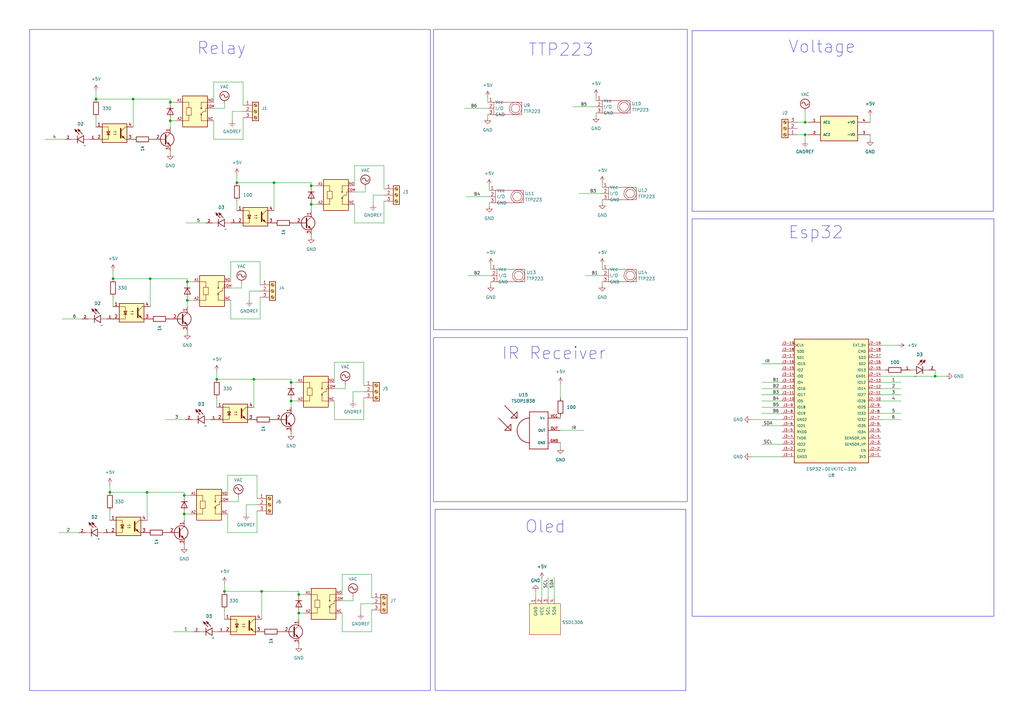
<source format=kicad_sch>
(kicad_sch (version 20231120) (generator "eeschema") (generator_version "8.0")
  (paper "A3")
  (lib_symbols
    (symbol "Connector:Screw_Terminal_01x03" (pin_names (offset 1.016) hide)
      (property "Reference" "J" (at 0 5.08 0))
      (property "Value" "Screw_Terminal_01x03" (at 0 -5.08 0))
      (symbol "Screw_Terminal_01x03_1_1"
        (pin passive line (at -5.08 2.54 0) (length 3.81) (name "Pin_1") (number "1"))
        (pin passive line (at -5.08 0 0) (length 3.81) (name "Pin_2") (number "2"))
        (pin passive line (at -5.08 -2.54 0) (length 3.81) (name "Pin_3") (number "3"))
      )
    )
    (symbol "Device:D" (pin_numbers hide) (pin_names (offset 1.016) hide)
      (property "Reference" "D" (at 0 2.54 0))
      (property "Value" "D" (at 0 -2.54 0))
      (symbol "D_1_1"
        (pin passive line (at -3.81 0 0) (length 2.54) (name "K") (number "1"))
        (pin passive line (at 3.81 0 180) (length 2.54) (name "A") (number "2"))
      )
    )
    (symbol "Device:R" (pin_numbers hide) (pin_names (offset 0))
      (property "Reference" "R" (at 2.032 0 90))
      (property "Value" "R" (at 0 0 90))
      (symbol "R_1_1"
        (pin passive line (at 0 3.81 270) (length 1.27) (name "~") (number "1"))
        (pin passive line (at 0 -3.81 90) (length 1.27) (name "~") (number "2"))
      )
    )
    (symbol "ESP32-DEVKITC-32D:ESP32-DEVKITC-32D" (pin_names (offset 1.016))
      (property "Reference" "U" (at -15.2572 26.0643 0))
      (property "Value" "ESP32-DEVKITC-32D" (at -15.2563 -27.9698 0))
      (symbol "ESP32-DEVKITC-32D_0_0"
        (pin power_in line (at -20.32 22.86 0) (length 5.08) (name "3V3") (number "J2-1"))
        (pin bidirectional line (at -20.32 0 0) (length 5.08) (name "IO26") (number "J2-10"))
        (pin bidirectional line (at -20.32 -2.54 0) (length 5.08) (name "IO27") (number "J2-11"))
        (pin bidirectional line (at -20.32 -5.08 0) (length 5.08) (name "IO14") (number "J2-12"))
        (pin bidirectional line (at -20.32 -7.62 0) (length 5.08) (name "IO12") (number "J2-13"))
        (pin power_in line (at -20.32 -10.16 0) (length 5.08) (name "GND1") (number "J2-14"))
        (pin bidirectional line (at -20.32 -12.7 0) (length 5.08) (name "IO13") (number "J2-15"))
        (pin bidirectional line (at -20.32 -15.24 0) (length 5.08) (name "SD2") (number "J2-16"))
        (pin bidirectional line (at -20.32 -17.78 0) (length 5.08) (name "SD3") (number "J2-17"))
        (pin bidirectional line (at -20.32 -20.32 0) (length 5.08) (name "CMD") (number "J2-18"))
        (pin power_in line (at -20.32 -22.86 0) (length 5.08) (name "EXT_5V") (number "J2-19"))
        (pin input line (at -20.32 20.32 0) (length 5.08) (name "EN") (number "J2-2"))
        (pin input line (at -20.32 17.78 0) (length 5.08) (name "SENSOR_VP") (number "J2-3"))
        (pin input line (at -20.32 15.24 0) (length 5.08) (name "SENSOR_VN") (number "J2-4"))
        (pin bidirectional line (at -20.32 12.7 0) (length 5.08) (name "IO34") (number "J2-5"))
        (pin bidirectional line (at -20.32 10.16 0) (length 5.08) (name "IO35") (number "J2-6"))
        (pin bidirectional line (at -20.32 7.62 0) (length 5.08) (name "IO32") (number "J2-7"))
        (pin bidirectional line (at -20.32 5.08 0) (length 5.08) (name "IO33") (number "J2-8"))
        (pin bidirectional line (at -20.32 2.54 0) (length 5.08) (name "IO25") (number "J2-9"))
        (pin power_in line (at 20.32 22.86 180) (length 5.08) (name "GND3") (number "J3-1"))
        (pin bidirectional line (at 20.32 0 180) (length 5.08) (name "IO5") (number "J3-10"))
        (pin bidirectional line (at 20.32 -2.54 180) (length 5.08) (name "IO17") (number "J3-11"))
        (pin bidirectional line (at 20.32 -5.08 180) (length 5.08) (name "IO16") (number "J3-12"))
        (pin bidirectional line (at 20.32 -7.62 180) (length 5.08) (name "IO4") (number "J3-13"))
        (pin bidirectional line (at 20.32 -10.16 180) (length 5.08) (name "IO0") (number "J3-14"))
        (pin bidirectional line (at 20.32 -12.7 180) (length 5.08) (name "IO2") (number "J3-15"))
        (pin bidirectional line (at 20.32 -15.24 180) (length 5.08) (name "IO15") (number "J3-16"))
        (pin bidirectional line (at 20.32 -17.78 180) (length 5.08) (name "SD1") (number "J3-17"))
        (pin bidirectional line (at 20.32 -20.32 180) (length 5.08) (name "SD0") (number "J3-18"))
        (pin input clock (at 20.32 -22.86 180) (length 5.08) (name "CLK") (number "J3-19"))
        (pin bidirectional line (at 20.32 20.32 180) (length 5.08) (name "IO23") (number "J3-2"))
        (pin bidirectional line (at 20.32 17.78 180) (length 5.08) (name "IO22") (number "J3-3"))
        (pin output line (at 20.32 15.24 180) (length 5.08) (name "TXD0") (number "J3-4"))
        (pin input line (at 20.32 12.7 180) (length 5.08) (name "RXD0") (number "J3-5"))
        (pin bidirectional line (at 20.32 10.16 180) (length 5.08) (name "IO21") (number "J3-6"))
        (pin power_in line (at 20.32 7.62 180) (length 5.08) (name "GND2") (number "J3-7"))
        (pin bidirectional line (at 20.32 5.08 180) (length 5.08) (name "IO19") (number "J3-8"))
        (pin bidirectional line (at 20.32 2.54 180) (length 5.08) (name "IO18") (number "J3-9"))
      )
    )
    (symbol "HLK-PM01:HLK-PM01" (pin_names (offset 1.016))
      (property "Reference" "PS" (at -7.62 5.588 0))
      (property "Value" "HLK-PM01" (at -7.62 -7.112 0))
      (symbol "HLK-PM01_0_0"
        (pin input line (at -12.7 2.54 0) (length 5.08) (name "AC1") (number "1"))
        (pin input line (at -12.7 -2.54 0) (length 5.08) (name "AC2") (number "2"))
        (pin output line (at 12.7 -2.54 180) (length 5.08) (name "-VO") (number "3"))
        (pin output line (at 12.7 2.54 180) (length 5.08) (name "+VO") (number "4"))
      )
    )
    (symbol "Isolator:PC817" (pin_names (offset 1.016))
      (property "Reference" "U" (at -5.08 5.08 0))
      (property "Value" "PC817" (at 0 5.08 0))
      (symbol "PC817_1_1"
        (pin passive line (at -7.62 2.54 0) (length 2.54) (name "~") (number "1"))
        (pin passive line (at -7.62 -2.54 0) (length 2.54) (name "~") (number "2"))
        (pin passive line (at 7.62 -2.54 180) (length 2.54) (name "~") (number "3"))
        (pin passive line (at 7.62 2.54 180) (length 2.54) (name "~") (number "4"))
      )
    )
    (symbol "Relay5V:SRD-05VDC-SL-C" (pin_names (offset 1.016))
      (property "Reference" "K" (at -5.0809 5.843 0))
      (property "Value" "SRD-05VDC-SL-C" (at -5.0832 -10.1664 0))
      (symbol "SRD-05VDC-SL-C_0_0"
        (pin passive line (at -7.62 2.54 0) (length 2.54) (name "~") (number "A1"))
        (pin passive line (at -7.62 -5.08 0) (length 2.54) (name "~") (number "A2"))
        (pin passive line (at 7.62 0 180) (length 2.54) (name "~") (number "COM"))
        (pin passive line (at 7.62 -5.08 180) (length 2.54) (name "~") (number "NC"))
        (pin passive line (at 7.62 2.54 180) (length 2.54) (name "~") (number "NO"))
      )
    )
    (symbol "SSD1306-128x64_OLED:SSD1306" (pin_names (offset 1.016))
      (property "Reference" "Brd" (at 0 -3.81 0))
      (property "Value" "SSD1306" (at 0 -1.27 0))
      (symbol "SSD1306_1_1"
        (pin input line (at -3.81 8.89 270) (length 2.54) (name "GND") (number "1"))
        (pin input line (at -1.27 8.89 270) (length 2.54) (name "VCC") (number "2"))
        (pin input line (at 1.27 8.89 270) (length 2.54) (name "SCL") (number "3"))
        (pin input line (at 3.81 8.89 270) (length 2.54) (name "SDA") (number "4"))
      )
    )
    (symbol "TSOP1838:TSOP1838" (pin_names (offset 1.016))
      (property "Reference" "U" (at 0 0 0))
      (property "Value" "TSOP1838" (at 0 0 0))
      (symbol "TSOP1838_0_0"
        (pin bidirectional line (at 7.62 -5.08 180) (length 5.08) (name "GND") (number "GND"))
        (pin bidirectional line (at 7.62 0 180) (length 5.08) (name "OUT") (number "OUT"))
        (pin bidirectional line (at 7.62 5.08 180) (length 5.08) (name "V+") (number "VCC"))
      )
    )
    (symbol "Transistor_BJT:BC547" (pin_names (offset 0) hide)
      (property "Reference" "Q" (at 5.08 1.905 0))
      (property "Value" "BC547" (at 5.08 0 0))
      (symbol "BC547_1_1"
        (pin passive line (at 2.54 5.08 270) (length 2.54) (name "C") (number "1"))
        (pin input line (at -5.08 0 0) (length 5.08) (name "B") (number "2"))
        (pin passive line (at 2.54 -5.08 90) (length 2.54) (name "E") (number "3"))
      )
    )
    (symbol "Ttp223:TTP223"
      (property "Reference" "U" (at 0 0 0))
      (property "Value" "TTP223" (at 0 5.08 0))
      (symbol "TTP223_1_1"
        (pin input line (at -7.62 2.54 0) (length 2.54) (name "Vcc") (number "1"))
        (pin input line (at -7.62 0 0) (length 2.54) (name "I/O") (number "2"))
        (pin input line (at -7.62 -2.54 0) (length 2.54) (name "GND") (number "3"))
      )
    )
    (symbol "led1206:LHN974_RED_LED_1206" (pin_names (offset 1.016))
      (property "Reference" "D" (at -3.0988 4.4958 0))
      (symbol "LHN974_RED_LED_1206_1_0"
        (pin passive line (at -7.62 0 0) (length 2.54) (name "~") (number "1"))
        (pin passive line (at 5.08 0 180) (length 2.54) (name "") (number "2"))
      )
    )
    (symbol "power:+5V" (power) (pin_names (offset 0))
      (property "Value" "+5V" (at 0 3.556 0))
      (symbol "+5V_1_1"
        (pin power_in line (at 0 0 90) (length 0) hide (name "+5V") (number "1"))
      )
    )
    (symbol "power:GND" (power) (pin_names (offset 0))
      (property "Value" "GND" (at 0 -3.81 0))
      (symbol "GND_1_1"
        (pin power_in line (at 0 0 270) (length 0) hide (name "GND") (number "1"))
      )
    )
    (symbol "power:GNDREF" (power) (pin_names (offset 0))
      (property "Value" "GNDREF" (at 0 -3.81 0))
      (symbol "GNDREF_1_1"
        (pin power_in line (at 0 0 270) (length 0) hide (name "GNDREF") (number "1"))
      )
    )
    (symbol "power:VAC" (power) (pin_names (offset 0))
      (property "Value" "VAC" (at 0 6.35 0))
      (symbol "VAC_1_1"
        (pin power_in line (at 0 0 90) (length 0) hide (name "VAC") (number "1"))
      )
    )
  )
  (junction (at 45.085 201.93))
  (junction (at 119.38 156.845))
  (junction (at 97.155 74.93))
  (junction (at 75.565 203.2))
  (junction (at 122.555 243.84))
  (junction (at 69.85 41.91))
  (junction (at 76.835 115.57))
  (junction (at 104.14 155.575))
  (junction (at 46.355 114.3))
  (junction (at 122.555 251.46))
  (junction (at 60.325 201.93))
  (junction (at 383.54 154.305))
  (junction (at 330.2 55.245))
  (junction (at 39.37 40.64))
  (junction (at 76.835 123.19))
  (junction (at 92.075 242.57))
  (junction (at 107.315 242.57))
  (junction (at 127.635 83.82))
  (junction (at 127.635 76.2))
  (junction (at 61.595 114.3))
  (junction (at 119.38 164.465))
  (junction (at 330.2 50.165))
  (junction (at 69.85 49.53))
  (junction (at 54.61 40.64))
  (junction (at 75.565 210.82))
  (junction (at 112.395 74.93))
  (junction (at 88.9 155.575))
  (wire (pts (xy 153.035 80.01) (xy 157.48 80.01)))
  (wire (pts (xy 100.965 210.82) (xy 100.965 207.01)))
  (wire (pts (xy 140.335 246.38) (xy 144.78 246.38)))
  (wire (pts (xy 105.41 194.945) (xy 105.41 204.47)))
  (wire (pts (xy 122.555 243.84) (xy 125.095 243.84)))
  (wire (pts (xy 94.615 130.81) (xy 94.615 123.19)))
  (wire (pts (xy 75.565 203.2) (xy 78.105 203.2)))
  (wire (pts (xy 307.975 187.325) (xy 320.675 187.325)))
  (wire (pts (xy 119.38 156.845) (xy 121.92 156.845)))
  (wire (pts (xy 127.635 74.93) (xy 127.635 76.2)))
  (wire (pts (xy 247.015 83.185) (xy 247.015 81.915)))
  (wire (pts (xy 105.41 218.44) (xy 105.41 209.55)))
  (wire (pts (xy 361.315 164.465) (xy 369.57 164.465)))
  (wire (pts (xy 104.14 155.575) (xy 119.38 155.575)))
  (wire (pts (xy 368.3 141.605) (xy 361.315 141.605)))
  (wire (pts (xy 46.355 121.92) (xy 46.355 125.73)))
  (wire (pts (xy 201.295 108.585) (xy 201.295 110.49)))
  (wire (pts (xy 87.63 57.15) (xy 99.695 57.15)))
  (wire (pts (xy 67.945 172.085) (xy 76.2 172.085)))
  (wire (pts (xy 61.595 114.3) (xy 76.835 114.3)))
  (wire (pts (xy 25.4 130.81) (xy 33.655 130.81)))
  (wire (pts (xy 69.85 41.91) (xy 72.39 41.91)))
  (wire (pts (xy 227.33 236.855) (xy 227.33 245.11)))
  (wire (pts (xy 137.16 172.085) (xy 137.16 164.465)))
  (wire (pts (xy 141.605 159.385) (xy 141.605 157.48)))
  (wire (pts (xy 330.2 50.165) (xy 331.47 50.165)))
  (wire (pts (xy 122.555 242.57) (xy 122.555 243.84)))
  (wire (pts (xy 93.345 194.945) (xy 93.345 203.2)))
  (wire (pts (xy 312.42 159.385) (xy 320.675 159.385)))
  (wire (pts (xy 137.16 148.59) (xy 149.225 148.59)))
  (wire (pts (xy 119.38 164.465) (xy 119.38 167.005)))
  (wire (pts (xy 94.615 107.315) (xy 106.68 107.315)))
  (wire (pts (xy 144.78 164.465) (xy 144.78 160.655)))
  (wire (pts (xy 237.49 79.375) (xy 247.015 79.375)))
  (wire (pts (xy 75.565 210.82) (xy 75.565 213.36)))
  (wire (pts (xy 219.71 242.57) (xy 219.71 245.11)))
  (wire (pts (xy 107.315 242.57) (xy 122.555 242.57)))
  (wire (pts (xy 92.075 239.395) (xy 92.075 242.57)))
  (wire (pts (xy 247.015 108.585) (xy 247.015 110.49)))
  (wire (pts (xy 102.235 123.19) (xy 102.235 119.38)))
  (wire (pts (xy 71.12 259.08) (xy 79.375 259.08)))
  (wire (pts (xy 244.475 47.625) (xy 244.475 46.355)))
  (wire (pts (xy 145.415 67.945) (xy 157.48 67.945)))
  (wire (pts (xy 149.225 148.59) (xy 149.225 158.115)))
  (wire (pts (xy 18.415 57.15) (xy 26.67 57.15)))
  (wire (pts (xy 39.37 37.465) (xy 39.37 40.64)))
  (wire (pts (xy 229.87 183.515) (xy 229.87 181.61)))
  (wire (pts (xy 112.395 74.93) (xy 127.635 74.93)))
  (wire (pts (xy 76.835 114.3) (xy 76.835 115.57)))
  (wire (pts (xy 157.48 91.44) (xy 157.48 82.55)))
  (wire (pts (xy 87.63 57.15) (xy 87.63 49.53)))
  (wire (pts (xy 88.9 152.4) (xy 88.9 155.575)))
  (wire (pts (xy 87.63 33.655) (xy 87.63 41.91)))
  (wire (pts (xy 45.085 209.55) (xy 45.085 213.36)))
  (wire (pts (xy 112.395 74.93) (xy 97.155 74.93)))
  (wire (pts (xy 93.345 205.74) (xy 97.79 205.74)))
  (wire (pts (xy 93.345 218.44) (xy 93.345 210.82)))
  (wire (pts (xy 145.415 91.44) (xy 145.415 83.82)))
  (wire (pts (xy 361.315 154.305) (xy 383.54 154.305)))
  (wire (pts (xy 361.315 159.385) (xy 369.57 159.385)))
  (wire (pts (xy 152.4 235.585) (xy 152.4 245.11)))
  (wire (pts (xy 240.03 113.03) (xy 247.015 113.03)))
  (wire (pts (xy 127.635 83.82) (xy 127.635 86.36)))
  (wire (pts (xy 312.42 156.845) (xy 320.675 156.845)))
  (wire (pts (xy 149.86 78.74) (xy 149.86 76.835)))
  (wire (pts (xy 239.395 176.53) (xy 229.87 176.53)))
  (wire (pts (xy 152.4 259.08) (xy 152.4 250.19)))
  (wire (pts (xy 107.315 254) (xy 107.315 242.57)))
  (wire (pts (xy 60.325 201.93) (xy 75.565 201.93)))
  (wire (pts (xy 327.025 50.165) (xy 330.2 50.165)))
  (wire (pts (xy 76.835 115.57) (xy 79.375 115.57)))
  (wire (pts (xy 76.2 91.44) (xy 84.455 91.44)))
  (wire (pts (xy 363.22 151.765) (xy 361.315 151.765)))
  (wire (pts (xy 122.555 264.795) (xy 122.555 264.16)))
  (wire (pts (xy 106.68 130.81) (xy 106.68 121.92)))
  (wire (pts (xy 234.95 43.815) (xy 244.475 43.815)))
  (wire (pts (xy 95.25 49.53) (xy 95.25 45.72)))
  (wire (pts (xy 145.415 78.74) (xy 149.86 78.74)))
  (wire (pts (xy 75.565 210.82) (xy 78.105 210.82)))
  (wire (pts (xy 312.42 161.925) (xy 320.675 161.925)))
  (wire (pts (xy 361.315 172.085) (xy 369.57 172.085)))
  (wire (pts (xy 140.335 235.585) (xy 140.335 243.84)))
  (wire (pts (xy 191.77 113.03) (xy 201.295 113.03)))
  (wire (pts (xy 147.955 247.65) (xy 152.4 247.65)))
  (wire (pts (xy 140.335 259.08) (xy 152.4 259.08)))
  (wire (pts (xy 312.42 174.625) (xy 320.675 174.625)))
  (wire (pts (xy 330.2 45.72) (xy 330.2 50.165)))
  (wire (pts (xy 312.42 169.545) (xy 320.675 169.545)))
  (wire (pts (xy 119.38 164.465) (xy 121.92 164.465)))
  (wire (pts (xy 97.155 71.755) (xy 97.155 74.93)))
  (wire (pts (xy 39.37 48.26) (xy 39.37 52.07)))
  (wire (pts (xy 200.025 48.26) (xy 200.025 46.99)))
  (wire (pts (xy 69.85 49.53) (xy 69.85 52.07)))
  (wire (pts (xy 145.415 91.44) (xy 157.48 91.44)))
  (wire (pts (xy 102.235 119.38) (xy 106.68 119.38)))
  (wire (pts (xy 312.42 164.465) (xy 320.675 164.465)))
  (wire (pts (xy 54.61 40.64) (xy 39.37 40.64)))
  (wire (pts (xy 92.075 44.45) (xy 92.075 42.545)))
  (wire (pts (xy 312.42 167.005) (xy 320.675 167.005)))
  (wire (pts (xy 54.61 52.07) (xy 54.61 40.64)))
  (wire (pts (xy 327.025 55.245) (xy 330.2 55.245)))
  (wire (pts (xy 122.555 251.46) (xy 122.555 254)))
  (wire (pts (xy 356.87 57.15) (xy 356.87 55.245)))
  (wire (pts (xy 190.5 44.45) (xy 200.025 44.45)))
  (wire (pts (xy 92.075 250.19) (xy 92.075 254)))
  (wire (pts (xy 104.14 167.005) (xy 104.14 155.575)))
  (wire (pts (xy 137.16 172.085) (xy 149.225 172.085)))
  (wire (pts (xy 112.395 86.36) (xy 112.395 74.93)))
  (wire (pts (xy 94.615 130.81) (xy 106.68 130.81)))
  (wire (pts (xy 54.61 40.64) (xy 69.85 40.64)))
  (wire (pts (xy 224.79 245.11) (xy 224.79 236.855)))
  (wire (pts (xy 200.66 84.455) (xy 200.66 83.185)))
  (wire (pts (xy 200.025 40.005) (xy 200.025 41.91)))
  (wire (pts (xy 97.79 205.74) (xy 97.79 203.835)))
  (wire (pts (xy 93.345 194.945) (xy 105.41 194.945)))
  (wire (pts (xy 361.315 156.845) (xy 369.57 156.845)))
  (wire (pts (xy 144.78 246.38) (xy 144.78 244.475)))
  (wire (pts (xy 222.25 237.49) (xy 222.25 245.11)))
  (wire (pts (xy 87.63 33.655) (xy 99.695 33.655)))
  (wire (pts (xy 88.9 163.195) (xy 88.9 167.005)))
  (wire (pts (xy 127.635 97.155) (xy 127.635 96.52)))
  (wire (pts (xy 145.415 67.945) (xy 145.415 76.2)))
  (wire (pts (xy 97.155 82.55) (xy 97.155 86.36)))
  (wire (pts (xy 69.85 49.53) (xy 72.39 49.53)))
  (wire (pts (xy 119.38 177.8) (xy 119.38 177.165)))
  (wire (pts (xy 383.54 154.305) (xy 387.985 154.305)))
  (wire (pts (xy 76.835 136.525) (xy 76.835 135.89)))
  (wire (pts (xy 191.135 80.645) (xy 200.66 80.645)))
  (wire (pts (xy 200.66 76.2) (xy 200.66 78.105)))
  (wire (pts (xy 137.16 148.59) (xy 137.16 156.845)))
  (wire (pts (xy 76.835 123.19) (xy 79.375 123.19)))
  (wire (pts (xy 137.16 159.385) (xy 141.605 159.385)))
  (wire (pts (xy 87.63 44.45) (xy 92.075 44.45)))
  (wire (pts (xy 247.015 74.93) (xy 247.015 76.835)))
  (wire (pts (xy 147.955 251.46) (xy 147.955 247.65)))
  (wire (pts (xy 312.42 149.225) (xy 320.675 149.225)))
  (wire (pts (xy 361.315 169.545) (xy 369.57 169.545)))
  (wire (pts (xy 153.035 83.82) (xy 153.035 80.01)))
  (wire (pts (xy 69.85 62.865) (xy 69.85 62.23)))
  (wire (pts (xy 330.2 55.245) (xy 331.47 55.245)))
  (wire (pts (xy 320.675 182.245) (xy 312.42 182.245)))
  (wire (pts (xy 127.635 76.2) (xy 130.175 76.2)))
  (wire (pts (xy 307.975 172.085) (xy 320.675 172.085)))
  (wire (pts (xy 95.25 45.72) (xy 99.695 45.72)))
  (wire (pts (xy 140.335 259.08) (xy 140.335 251.46)))
  (wire (pts (xy 383.54 151.765) (xy 383.54 154.305)))
  (wire (pts (xy 75.565 224.155) (xy 75.565 223.52)))
  (wire (pts (xy 99.695 57.15) (xy 99.695 48.26)))
  (wire (pts (xy 60.325 201.93) (xy 45.085 201.93)))
  (wire (pts (xy 106.68 107.315) (xy 106.68 116.84)))
  (wire (pts (xy 122.555 251.46) (xy 125.095 251.46)))
  (wire (pts (xy 229.87 157.48) (xy 229.87 163.195)))
  (wire (pts (xy 60.325 213.36) (xy 60.325 201.93)))
  (wire (pts (xy 330.2 57.785) (xy 330.2 55.245)))
  (wire (pts (xy 229.87 170.815) (xy 229.87 171.45)))
  (wire (pts (xy 76.835 123.19) (xy 76.835 125.73)))
  (wire (pts (xy 149.225 172.085) (xy 149.225 163.195)))
  (wire (pts (xy 46.355 111.125) (xy 46.355 114.3)))
  (wire (pts (xy 99.695 33.655) (xy 99.695 43.18)))
  (wire (pts (xy 244.475 39.37) (xy 244.475 41.275)))
  (wire (pts (xy 94.615 118.11) (xy 99.06 118.11)))
  (wire (pts (xy 94.615 107.315) (xy 94.615 115.57)))
  (wire (pts (xy 99.06 118.11) (xy 99.06 116.205)))
  (wire (pts (xy 157.48 67.945) (xy 157.48 77.47)))
  (wire (pts (xy 100.965 207.01) (xy 105.41 207.01)))
  (wire (pts (xy 75.565 201.93) (xy 75.565 203.2)))
  (wire (pts (xy 107.315 242.57) (xy 92.075 242.57)))
  (wire (pts (xy 93.345 218.44) (xy 105.41 218.44)))
  (wire (pts (xy 104.14 155.575) (xy 88.9 155.575)))
  (wire (pts (xy 361.315 161.925) (xy 369.57 161.925)))
  (wire (pts (xy 61.595 114.3) (xy 46.355 114.3)))
  (wire (pts (xy 140.335 235.585) (xy 152.4 235.585)))
  (wire (pts (xy 45.085 198.755) (xy 45.085 201.93)))
  (wire (pts (xy 24.13 218.44) (xy 32.385 218.44)))
  (wire (pts (xy 247.015 116.84) (xy 247.015 115.57)))
  (wire (pts (xy 201.295 116.84) (xy 201.295 115.57)))
  (wire (pts (xy 69.85 40.64) (xy 69.85 41.91)))
  (wire (pts (xy 356.87 47.625) (xy 356.87 50.165)))
  (wire (pts (xy 127.635 83.82) (xy 130.175 83.82)))
  (wire (pts (xy 119.38 155.575) (xy 119.38 156.845)))
  (wire (pts (xy 144.78 160.655) (xy 149.225 160.655)))
  (wire (pts (xy 61.595 125.73) (xy 61.595 114.3)))
  (rectangle (start 12.1412 12.0904) (end 176.53 283.21))
  (rectangle (start 177.8 12.065) (end 281.94 135.255))
  (rectangle (start 283.845 89.789) (end 407.67 252.73))
  (rectangle (start 283.845 12.573) (end 407.3652 86.6394))
  (rectangle (start 178.435 208.915) (end 281.305 283.21))
  (rectangle (start 177.8 138.43) (end 281.94 205.74))
  (text "Relay" (at 80.645 22.86 0) (effects (font (size 5 5)) (justify left bottom)))
  (text "Oled\n" (at 215.265 219.075 0) (effects (font (size 5 5)) (justify left bottom)))
  (text "IR Receiver" (at 205.74 147.955 0) (effects (font (size 5 5)) (justify left bottom)))
  (text "TTP223" (at 216.535 23.495 0) (effects (font (size 5 5)) (justify left bottom)))
  (text "Esp32\n" (at 323.215 98.425 0) (effects (font (size 5 5)) (justify left bottom)))
  (text "Voltage" (at 323.215 22.225 0) (effects (font (size 5 5)) (justify left bottom)))
  (label "1" (at 365.76 156.845 0))
  (label "6" (at 365.76 172.085 0))
  (label "SCL" (at 224.79 241.3 90))
  (label "B2" (at 194.31 113.03 0))
  (label "5" (at 80.645 91.44 0))
  (label "B4" (at 316.865 164.465 0))
  (label "B2" (at 316.865 159.385 0))
  (label "3" (at 365.76 161.925 0))
  (label "B1" (at 242.57 113.03 0))
  (label "SDA" (at 227.33 241.3 90))
  (label "B6" (at 316.865 169.545 0))
  (label "B6" (at 193.04 44.45 0))
  (label "B5" (at 238.125 43.815 0))
  (label "B1" (at 316.865 156.845 0))
  (label "1" (at 75.565 259.08 0))
  (label "B3" (at 316.865 161.925 0))
  (label "2" (at 365.76 159.385 0))
  (label "B4" (at 194.31 80.645 0))
  (label "4" (at 21.59 57.15 0))
  (label "2" (at 27.305 218.44 0))
  (label "SDA" (at 316.865 174.625 180))
  (label "IR" (at 234.315 176.53 0))
  (label "IR" (at 313.69 149.225 0))
  (label "5" (at 365.76 169.545 0))
  (label "3" (at 71.755 172.085 0))
  (label "B5" (at 316.865 167.005 0))
  (label "4" (at 365.76 164.465 0))
  (label "6" (at 29.845 130.81 0))
  (label "SCL" (at 316.865 182.245 180))
  (label "B3" (at 241.935 79.375 0))
  (symbol (lib_id "Device:R") (at 46.355 118.11 180) (unit 1)
    (property "Reference" "R2" (effects (hide yes)))
    (property "Value" "330" (at 48.26 118.11 0) (effects (justify right)))
    (property "Footprint" "Resistor_THT:R_Axial_DIN0207_L6.3mm_D2.5mm_P7.62mm_Horizontal" (effects (hide yes)))
  )
  (symbol (lib_id "power:+5V") (at 39.37 37.465 0) (unit 1)
    (property "Reference" "#PWR01" (effects (hide yes)))
    (property "Value" "+5V" (at 39.37 32.385 0))
  )
  (symbol (lib_id "power:GND") (at 307.975 172.085 270) (mirror x) (unit 1)
    (property "Reference" "#PWR012" (effects (hide yes)))
    (property "Value" "GND" (at 304.8 172.085 90) (effects (justify right)))
  )
  (symbol (lib_id "Transistor_BJT:BC547") (at 67.31 57.15 0) (unit 1)
    (property "Reference" "Q1" (effects (hide yes)))
    (property "Value" "BC547" (effects (hide yes)))
    (property "Footprint" "Package_TO_SOT_THT:TO-92_Inline" (effects (hide yes)))
    (property "Datasheet" "https://www.onsemi.com/pub/Collateral/BC550-D.pdf" (effects (hide yes)))
  )
  (symbol (lib_id "Device:D") (at 69.85 45.72 270) (unit 1)
    (property "Reference" "D1" (effects (hide yes)))
    (property "Value" "D" (effects (hide yes)))
    (property "Footprint" "Diode_THT:D_DO-41_SOD81_P7.62mm_Horizontal" (effects (hide yes)))
    (property "Sim.Device" "D" (effects (hide yes)))
    (property "Sim.Pins" "1=K 2=A" (effects (hide yes)))
  )
  (symbol (lib_id "power:VAC") (at 330.2 45.72 0) (unit 1)
    (property "Reference" "#PWR010" (effects (hide yes)))
    (property "Value" "VAC" (at 330.2 38.735 0))
  )
  (symbol (lib_id "power:GND") (at 200.66 84.455 0) (unit 1)
    (property "Reference" "#PWR012" (effects (hide yes)))
    (property "Value" "GND" (at 200.66 89.535 0))
  )
  (symbol (lib_id "power:GND") (at 247.015 83.185 0) (unit 1)
    (property "Reference" "#PWR012" (effects (hide yes)))
    (property "Value" "GND" (at 247.015 88.265 0))
  )
  (symbol (lib_id "power:GND") (at 247.015 116.84 0) (unit 1)
    (property "Reference" "#PWR012" (effects (hide yes)))
    (property "Value" "GND" (at 247.015 121.92 0))
  )
  (symbol (lib_id "Ttp223:TTP223") (at 254.635 79.375 0) (unit 1)
    (property "Reference" "U12" (at 261.62 78.105 0) (effects (justify left)))
    (property "Value" "TTP223" (at 261.62 80.645 0) (effects (justify left)))
    (property "Footprint" "TTP223:TTP223" (effects (hide yes)))
  )
  (symbol (lib_id "power:VAC") (at 99.06 116.205 0) (unit 1)
    (property "Reference" "#PWR033" (effects (hide yes)))
    (property "Value" "VAC" (at 99.06 109.22 0))
  )
  (symbol (lib_id "Device:R") (at 45.085 205.74 180) (unit 1)
    (property "Reference" "R2" (effects (hide yes)))
    (property "Value" "330" (at 46.99 205.74 0) (effects (justify right)))
    (property "Footprint" "Resistor_THT:R_Axial_DIN0207_L6.3mm_D2.5mm_P7.62mm_Horizontal" (effects (hide yes)))
  )
  (symbol (lib_id "power:+5V") (at 368.3 141.605 270) (unit 1)
    (property "Reference" "#PWR011" (effects (hide yes)))
    (property "Value" "+5V" (at 372.11 141.605 90) (effects (justify left)))
  )
  (symbol (lib_id "Connector:Screw_Terminal_01x03") (at 321.945 52.705 180) (unit 1)
    (property "Reference" "J2" (at 321.945 46.355 0))
    (property "Value" "Screw_Terminal_01x03" (effects (hide yes)))
    (property "Footprint" "KF301-3P:KF301-3P" (effects (hide yes)))
  )
  (symbol (lib_id "Connector:Screw_Terminal_01x03") (at 162.56 80.01 0) (unit 1)
    (property "Reference" "J3" (at 165.1 78.74 0) (effects (justify left)))
    (property "Value" "Screw_Terminal_01x03" (effects (hide yes)))
    (property "Footprint" "KF301-3P:KF301-3P" (effects (hide yes)))
  )
  (symbol (lib_id "Ttp223:TTP223") (at 254.635 113.03 0) (unit 1)
    (property "Reference" "U14" (at 261.62 111.76 0) (effects (justify left)))
    (property "Value" "TTP223" (at 261.62 114.3 0) (effects (justify left)))
    (property "Footprint" "TTP223:TTP223" (effects (hide yes)))
  )
  (symbol (lib_id "Connector:Screw_Terminal_01x03") (at 110.49 207.01 0) (unit 1)
    (property "Reference" "J6" (at 113.03 205.74 0) (effects (justify left)))
    (property "Value" "Screw_Terminal_01x03" (effects (hide yes)))
    (property "Footprint" "KF301-3P:KF301-3P" (effects (hide yes)))
  )
  (symbol (lib_id "power:+5V") (at 45.085 198.755 0) (unit 1)
    (property "Reference" "#PWR01" (effects (hide yes)))
    (property "Value" "+5V" (at 45.085 193.675 0))
  )
  (symbol (lib_id "led1206:LHN974_RED_LED_1206") (at 84.455 259.08 0) (mirror y) (unit 1)
    (property "Reference" "D3" (at 85.725 252.73 0))
    (property "Value" "~" (at 88.011 262.382 0) (effects (justify left bottom)))
    (property "Footprint" "LED_THT:LED_D5.0mm" (effects (hide yes)))
    (property "Description" "Red LED SMD\n" (effects (hide yes)))
  )
  (symbol (lib_id "power:+5V") (at 244.475 39.37 0) (unit 1)
    (property "Reference" "#PWR011" (effects (hide yes)))
    (property "Value" "+5V" (at 244.475 34.29 0))
  )
  (symbol (lib_id "Device:R") (at 92.075 246.38 180) (unit 1)
    (property "Reference" "R3" (effects (hide yes)))
    (property "Value" "330" (at 93.98 246.38 0) (effects (justify right)))
    (property "Footprint" "Resistor_THT:R_Axial_DIN0207_L6.3mm_D2.5mm_P7.62mm_Horizontal" (effects (hide yes)))
  )
  (symbol (lib_id "Relay5V:SRD-05VDC-SL-C") (at 86.995 118.11 0) (unit 1)
    (property "Reference" "K1" (effects (hide yes)))
    (property "Value" "SRD-05VDC-SL-C" (effects (hide yes)))
    (property "Footprint" "Relay 5V:RELAY_SRD-05VDC-SL-C" (effects (hide yes)))
    (property "Description" "\n5V Trigger Relay Module For Arduino And Raspberry Pi 5V Trigger Relay Module For Arduino And Raspberry Pi\n" (effects (hide yes)))
    (property "MF" "Songle Relay" (effects (hide yes)))
    (property "Package" "NON STANDARD-5 Songle Relay" (effects (hide yes)))
    (property "Price" "None" (effects (hide yes)))
    (property "Check_prices" "https://www.snapeda.com/parts/SRD-05VDC-SL-C/Songle+Relay/view-part/?ref=eda" (effects (hide yes)))
    (property "STANDARD" "IPC-7251" (effects (hide yes)))
    (property "SnapEDA_Link" "https://www.snapeda.com/parts/SRD-05VDC-SL-C/Songle+Relay/view-part/?ref=snap" (effects (hide yes)))
    (property "MP" "SRD-05VDC-SL-C" (effects (hide yes)))
    (property "Availability" "Not in stock" (effects (hide yes)))
    (property "MANUFACTURER" "SONGLE RELAY" (effects (hide yes)))
  )
  (symbol (lib_id "power:GNDREF") (at 100.965 210.82 0) (unit 1)
    (property "Reference" "#PWR038" (effects (hide yes)))
    (property "Value" "GNDREF" (at 100.965 215.265 0))
  )
  (symbol (lib_id "Ttp223:TTP223") (at 208.915 113.03 0) (unit 1)
    (property "Reference" "U13" (at 215.9 111.76 0) (effects (justify left)))
    (property "Value" "TTP223" (at 215.9 114.3 0) (effects (justify left)))
    (property "Footprint" "TTP223:TTP223" (effects (hide yes)))
  )
  (symbol (lib_id "power:GND") (at 219.71 242.57 180) (unit 1)
    (property "Reference" "#PWR012" (effects (hide yes)))
    (property "Value" "GND" (at 219.71 238.125 0))
  )
  (symbol (lib_id "power:GND") (at 244.475 47.625 0) (unit 1)
    (property "Reference" "#PWR012" (effects (hide yes)))
    (property "Value" "GND" (at 244.475 52.705 0))
  )
  (symbol (lib_id "Device:D") (at 119.38 160.655 270) (unit 1)
    (property "Reference" "D4" (effects (hide yes)))
    (property "Value" "D" (effects (hide yes)))
    (property "Footprint" "Diode_THT:D_DO-41_SOD81_P7.62mm_Horizontal" (effects (hide yes)))
    (property "Sim.Device" "D" (effects (hide yes)))
    (property "Sim.Pins" "1=K 2=A" (effects (hide yes)))
  )
  (symbol (lib_id "Isolator:PC817") (at 53.975 128.27 0) (unit 1)
    (property "Reference" "U1" (effects (hide yes)))
    (property "Value" "PC817" (effects (hide yes)))
    (property "Footprint" "Package_DIP:DIP-4_W7.62mm" (effects (hide yes)))
    (property "Datasheet" "http://www.soselectronic.cz/a_info/resource/d/pc817.pdf" (effects (hide yes)))
  )
  (symbol (lib_id "Device:R") (at 229.87 167.005 180) (unit 1)
    (property "Reference" "R2" (effects (hide yes)))
    (property "Value" "100" (at 232.41 167.005 0) (effects (justify right)))
    (property "Footprint" "Resistor_THT:R_Axial_DIN0207_L6.3mm_D2.5mm_P7.62mm_Horizontal" (effects (hide yes)))
  )
  (symbol (lib_id "power:+5V") (at 97.155 71.755 0) (unit 1)
    (property "Reference" "#PWR03" (effects (hide yes)))
    (property "Value" "+5V" (at 97.155 66.675 0))
  )
  (symbol (lib_id "Isolator:PC817") (at 104.775 88.9 0) (unit 1)
    (property "Reference" "U4" (effects (hide yes)))
    (property "Value" "PC817" (effects (hide yes)))
    (property "Footprint" "Package_DIP:DIP-4_W7.62mm" (effects (hide yes)))
    (property "Datasheet" "http://www.soselectronic.cz/a_info/resource/d/pc817.pdf" (effects (hide yes)))
  )
  (symbol (lib_id "power:+5V") (at 201.295 108.585 0) (unit 1)
    (property "Reference" "#PWR011" (effects (hide yes)))
    (property "Value" "+5V" (at 201.295 103.505 0))
  )
  (symbol (lib_id "power:GNDREF") (at 102.235 123.19 0) (unit 1)
    (property "Reference" "#PWR034" (effects (hide yes)))
    (property "Value" "GNDREF" (at 102.235 127.635 0))
  )
  (symbol (lib_id "power:GND") (at 307.975 187.325 270) (mirror x) (unit 1)
    (property "Reference" "#PWR012" (effects (hide yes)))
    (property "Value" "GND" (at 304.8 187.325 90) (effects (justify right)))
  )
  (symbol (lib_id "power:+5V") (at 356.87 47.625 0) (unit 1)
    (property "Reference" "#PWR011" (effects (hide yes)))
    (property "Value" "+5V" (at 356.87 42.545 0))
  )
  (symbol (lib_id "Ttp223:TTP223") (at 207.645 44.45 0) (unit 1)
    (property "Reference" "U9" (at 214.63 43.18 0) (effects (justify left)))
    (property "Value" "TTP223" (at 214.63 45.72 0) (effects (justify left)))
    (property "Footprint" "TTP223:TTP223" (effects (hide yes)))
  )
  (symbol (lib_id "power:GND") (at 200.025 48.26 0) (unit 1)
    (property "Reference" "#PWR012" (effects (hide yes)))
    (property "Value" "GND" (at 200.025 53.34 0))
  )
  (symbol (lib_id "Device:R") (at 88.9 159.385 180) (unit 1)
    (property "Reference" "R3" (effects (hide yes)))
    (property "Value" "330" (at 91.44 159.385 0) (effects (justify right)))
    (property "Footprint" "Resistor_THT:R_Axial_DIN0207_L6.3mm_D2.5mm_P7.62mm_Horizontal" (effects (hide yes)))
  )
  (symbol (lib_id "power:+5V") (at 46.355 111.125 0) (unit 1)
    (property "Reference" "#PWR01" (effects (hide yes)))
    (property "Value" "+5V" (at 46.355 106.045 0))
  )
  (symbol (lib_id "power:GNDREF") (at 330.2 57.785 0) (unit 1)
    (property "Reference" "#PWR09" (effects (hide yes)))
    (property "Value" "GNDREF" (at 330.2 62.23 0))
  )
  (symbol (lib_id "Transistor_BJT:BC547") (at 73.025 218.44 0) (unit 1)
    (property "Reference" "Q1" (effects (hide yes)))
    (property "Value" "BC547" (effects (hide yes)))
    (property "Footprint" "Package_TO_SOT_THT:TO-92_Inline" (effects (hide yes)))
    (property "Datasheet" "https://www.onsemi.com/pub/Collateral/BC550-D.pdf" (effects (hide yes)))
  )
  (symbol (lib_id "SSD1306-128x64_OLED:SSD1306") (at 223.52 254 0) (unit 1)
    (property "Reference" "Brd1" (effects (hide yes)))
    (property "Value" "SSD1306" (at 230.505 255.27 0) (effects (justify left)))
    (property "Footprint" "SSD1306:128x64OLED" (effects (hide yes)))
  )
  (symbol (lib_id "power:+5V") (at 92.075 239.395 0) (unit 1)
    (property "Reference" "#PWR03" (effects (hide yes)))
    (property "Value" "+5V" (at 92.075 234.315 0))
  )
  (symbol (lib_id "Ttp223:TTP223") (at 252.095 43.815 0) (unit 1)
    (property "Reference" "U10" (at 259.08 42.545 0) (effects (justify left)))
    (property "Value" "TTP223" (at 259.08 45.085 0) (effects (justify left)))
    (property "Footprint" "TTP223:TTP223" (effects (hide yes)))
  )
  (symbol (lib_id "power:VAC") (at 92.075 42.545 0) (unit 1)
    (property "Reference" "#PWR013" (effects (hide yes)))
    (property "Value" "VAC" (at 92.075 35.56 0))
  )
  (symbol (lib_id "power:GND") (at 201.295 116.84 0) (unit 1)
    (property "Reference" "#PWR012" (effects (hide yes)))
    (property "Value" "GND" (at 201.295 121.92 0))
  )
  (symbol (lib_id "led1206:LHN974_RED_LED_1206") (at 37.465 218.44 0) (mirror y) (unit 1)
    (property "Reference" "D2" (at 38.735 212.09 0))
    (property "Value" "~" (at 41.021 221.742 0) (effects (justify left bottom)))
    (property "Footprint" "LED_THT:LED_D5.0mm" (effects (hide yes)))
    (property "Description" "Red LED SMD\n" (effects (hide yes)))
  )
  (symbol (lib_id "Device:R") (at 58.42 57.15 90) (unit 1)
    (property "Reference" "R1" (effects (hide yes)))
    (property "Value" "1k" (at 58.42 59.69 0) (effects (justify right)))
    (property "Footprint" "Resistor_THT:R_Axial_DIN0207_L6.3mm_D2.5mm_P7.62mm_Horizontal" (effects (hide yes)))
  )
  (symbol (lib_id "power:+5V") (at 247.015 74.93 0) (unit 1)
    (property "Reference" "#PWR011" (effects (hide yes)))
    (property "Value" "+5V" (at 247.015 69.85 0))
  )
  (symbol (lib_id "power:+5V") (at 222.25 237.49 0) (unit 1)
    (property "Reference" "#PWR011" (effects (hide yes)))
    (property "Value" "+5V" (at 222.25 232.41 0))
  )
  (symbol (lib_id "power:GND") (at 127.635 97.155 0) (unit 1)
    (property "Reference" "#PWR04" (effects (hide yes)))
    (property "Value" "GND" (at 127.635 102.235 0))
  )
  (symbol (lib_id "Device:R") (at 111.125 259.08 90) (unit 1)
    (property "Reference" "R4" (effects (hide yes)))
    (property "Value" "1k" (at 111.125 261.62 0) (effects (justify right)))
    (property "Footprint" "Resistor_THT:R_Axial_DIN0207_L6.3mm_D2.5mm_P7.62mm_Horizontal" (effects (hide yes)))
  )
  (symbol (lib_id "Transistor_BJT:BC547") (at 125.095 91.44 0) (unit 1)
    (property "Reference" "Q2" (effects (hide yes)))
    (property "Value" "BC547" (effects (hide yes)))
    (property "Footprint" "Package_TO_SOT_THT:TO-92_Inline" (effects (hide yes)))
    (property "Datasheet" "https://www.onsemi.com/pub/Collateral/BC550-D.pdf" (effects (hide yes)))
  )
  (symbol (lib_id "Relay5V:SRD-05VDC-SL-C") (at 85.725 205.74 0) (unit 1)
    (property "Reference" "K1" (effects (hide yes)))
    (property "Value" "SRD-05VDC-SL-C" (effects (hide yes)))
    (property "Footprint" "Relay 5V:RELAY_SRD-05VDC-SL-C" (effects (hide yes)))
    (property "Description" "\n5V Trigger Relay Module For Arduino And Raspberry Pi 5V Trigger Relay Module For Arduino And Raspberry Pi\n" (effects (hide yes)))
    (property "MF" "Songle Relay" (effects (hide yes)))
    (property "Package" "NON STANDARD-5 Songle Relay" (effects (hide yes)))
    (property "Price" "None" (effects (hide yes)))
    (property "Check_prices" "https://www.snapeda.com/parts/SRD-05VDC-SL-C/Songle+Relay/view-part/?ref=eda" (effects (hide yes)))
    (property "STANDARD" "IPC-7251" (effects (hide yes)))
    (property "SnapEDA_Link" "https://www.snapeda.com/parts/SRD-05VDC-SL-C/Songle+Relay/view-part/?ref=snap" (effects (hide yes)))
    (property "MP" "SRD-05VDC-SL-C" (effects (hide yes)))
    (property "Availability" "Not in stock" (effects (hide yes)))
    (property "MANUFACTURER" "SONGLE RELAY" (effects (hide yes)))
  )
  (symbol (lib_id "led1206:LHN974_RED_LED_1206") (at 378.46 151.765 0) (unit 1)
    (property "Reference" "D3" (at 377.19 145.415 0))
    (property "Value" "~" (at 374.904 155.067 0) (effects (justify left bottom)))
    (property "Footprint" "LED_THT:LED_D5.0mm" (effects (hide yes)))
    (property "Description" "Red LED SMD\n" (effects (hide yes)))
  )
  (symbol (lib_id "Ttp223:TTP223") (at 208.28 80.645 0) (unit 1)
    (property "Reference" "U11" (at 215.265 79.375 0) (effects (justify left)))
    (property "Value" "TTP223" (at 215.265 81.915 0) (effects (justify left)))
    (property "Footprint" "TTP223:TTP223" (effects (hide yes)))
  )
  (symbol (lib_id "Device:R") (at 39.37 44.45 180) (unit 1)
    (property "Reference" "R2" (effects (hide yes)))
    (property "Value" "330" (at 41.91 44.45 0) (effects (justify right)))
    (property "Footprint" "Resistor_THT:R_Axial_DIN0207_L6.3mm_D2.5mm_P7.62mm_Horizontal" (effects (hide yes)))
  )
  (symbol (lib_id "power:+5V") (at 88.9 152.4 0) (unit 1)
    (property "Reference" "#PWR03" (effects (hide yes)))
    (property "Value" "+5V" (at 88.9 147.32 0))
  )
  (symbol (lib_id "Device:D") (at 75.565 207.01 270) (unit 1)
    (property "Reference" "D1" (effects (hide yes)))
    (property "Value" "D" (effects (hide yes)))
    (property "Footprint" "Diode_THT:D_DO-41_SOD81_P7.62mm_Horizontal" (effects (hide yes)))
    (property "Sim.Device" "D" (effects (hide yes)))
    (property "Sim.Pins" "1=K 2=A" (effects (hide yes)))
  )
  (symbol (lib_id "power:GND") (at 119.38 177.8 0) (unit 1)
    (property "Reference" "#PWR04" (effects (hide yes)))
    (property "Value" "GND" (at 119.38 182.88 0))
  )
  (symbol (lib_id "power:GNDREF") (at 147.955 251.46 0) (unit 1)
    (property "Reference" "#PWR040" (effects (hide yes)))
    (property "Value" "GNDREF" (at 147.955 255.905 0))
  )
  (symbol (lib_id "power:+5V") (at 200.66 76.2 0) (unit 1)
    (property "Reference" "#PWR011" (effects (hide yes)))
    (property "Value" "+5V" (at 200.66 71.12 0))
  )
  (symbol (lib_id "Device:R") (at 65.405 130.81 90) (unit 1)
    (property "Reference" "R1" (effects (hide yes)))
    (property "Value" "1k" (at 65.405 133.35 0) (effects (justify right)))
    (property "Footprint" "Resistor_THT:R_Axial_DIN0207_L6.3mm_D2.5mm_P7.62mm_Horizontal" (effects (hide yes)))
  )
  (symbol (lib_id "Device:D") (at 127.635 80.01 270) (unit 1)
    (property "Reference" "D4" (effects (hide yes)))
    (property "Value" "D" (effects (hide yes)))
    (property "Footprint" "Diode_THT:D_DO-41_SOD81_P7.62mm_Horizontal" (effects (hide yes)))
    (property "Sim.Device" "D" (effects (hide yes)))
    (property "Sim.Pins" "1=K 2=A" (effects (hide yes)))
  )
  (symbol (lib_id "power:+5V") (at 247.015 108.585 0) (unit 1)
    (property "Reference" "#PWR011" (effects (hide yes)))
    (property "Value" "+5V" (at 247.015 103.505 0))
  )
  (symbol (lib_id "Relay5V:SRD-05VDC-SL-C") (at 132.715 246.38 0) (unit 1)
    (property "Reference" "K2" (effects (hide yes)))
    (property "Value" "SRD-05VDC-SL-C" (effects (hide yes)))
    (property "Footprint" "Relay 5V:RELAY_SRD-05VDC-SL-C" (effects (hide yes)))
    (property "Description" "\n5V Trigger Relay Module For Arduino And Raspberry Pi 5V Trigger Relay Module For Arduino And Raspberry Pi\n" (effects (hide yes)))
    (property "MF" "Songle Relay" (effects (hide yes)))
    (property "Package" "NON STANDARD-5 Songle Relay" (effects (hide yes)))
    (property "Price" "None" (effects (hide yes)))
    (property "Check_prices" "https://www.snapeda.com/parts/SRD-05VDC-SL-C/Songle+Relay/view-part/?ref=eda" (effects (hide yes)))
    (property "STANDARD" "IPC-7251" (effects (hide yes)))
    (property "SnapEDA_Link" "https://www.snapeda.com/parts/SRD-05VDC-SL-C/Songle+Relay/view-part/?ref=snap" (effects (hide yes)))
    (property "MP" "SRD-05VDC-SL-C" (effects (hide yes)))
    (property "Availability" "Not in stock" (effects (hide yes)))
    (property "MANUFACTURER" "SONGLE RELAY" (effects (hide yes)))
  )
  (symbol (lib_id "Device:R") (at 367.03 151.765 270) (unit 1)
    (property "Reference" "R2" (effects (hide yes)))
    (property "Value" "100" (at 367.03 148.59 90))
    (property "Footprint" "Resistor_THT:R_Axial_DIN0207_L6.3mm_D2.5mm_P7.62mm_Horizontal" (effects (hide yes)))
  )
  (symbol (lib_id "led1206:LHN974_RED_LED_1206") (at 81.28 172.085 0) (mirror y) (unit 1)
    (property "Reference" "D3" (at 82.55 165.735 0))
    (property "Value" "~" (at 84.836 175.387 0) (effects (justify left bottom)))
    (property "Footprint" "LED_THT:LED_D5.0mm" (effects (hide yes)))
    (property "Description" "Red LED SMD\n" (effects (hide yes)))
  )
  (symbol (lib_id "power:GNDREF") (at 95.25 49.53 0) (unit 1)
    (property "Reference" "#PWR030" (effects (hide yes)))
    (property "Value" "GNDREF" (at 95.25 53.975 0))
  )
  (symbol (lib_id "Device:R") (at 107.95 172.085 90) (unit 1)
    (property "Reference" "R4" (effects (hide yes)))
    (property "Value" "1k" (at 107.95 174.625 0) (effects (justify right)))
    (property "Footprint" "Resistor_THT:R_Axial_DIN0207_L6.3mm_D2.5mm_P7.62mm_Horizontal" (effects (hide yes)))
  )
  (symbol (lib_id "led1206:LHN974_RED_LED_1206") (at 31.75 57.15 0) (mirror y) (unit 1)
    (property "Reference" "D2" (at 33.02 50.8 0))
    (property "Value" "~" (at 35.306 60.452 0) (effects (justify left bottom)))
    (property "Footprint" "LED_THT:LED_D5.0mm" (effects (hide yes)))
    (property "Description" "Red LED SMD\n" (effects (hide yes)))
  )
  (symbol (lib_id "Device:R") (at 64.135 218.44 90) (unit 1)
    (property "Reference" "R1" (effects (hide yes)))
    (property "Value" "1k" (at 64.135 220.98 0) (effects (justify right)))
    (property "Footprint" "Resistor_THT:R_Axial_DIN0207_L6.3mm_D2.5mm_P7.62mm_Horizontal" (effects (hide yes)))
  )
  (symbol (lib_id "power:GND") (at 69.85 62.865 0) (unit 1)
    (property "Reference" "#PWR02" (effects (hide yes)))
    (property "Value" "GND" (at 69.85 67.945 0))
  )
  (symbol (lib_id "Device:R") (at 116.205 91.44 90) (unit 1)
    (property "Reference" "R4" (effects (hide yes)))
    (property "Value" "1k" (at 116.205 93.98 0) (effects (justify right)))
    (property "Footprint" "Resistor_THT:R_Axial_DIN0207_L6.3mm_D2.5mm_P7.62mm_Horizontal" (effects (hide yes)))
  )
  (symbol (lib_id "power:VAC") (at 141.605 157.48 0) (unit 1)
    (property "Reference" "#PWR035" (effects (hide yes)))
    (property "Value" "VAC" (at 141.605 150.495 0))
  )
  (symbol (lib_id "Isolator:PC817") (at 99.695 256.54 0) (unit 1)
    (property "Reference" "U4" (effects (hide yes)))
    (property "Value" "PC817" (effects (hide yes)))
    (property "Footprint" "Package_DIP:DIP-4_W7.62mm" (effects (hide yes)))
    (property "Datasheet" "http://www.soselectronic.cz/a_info/resource/d/pc817.pdf" (effects (hide yes)))
  )
  (symbol (lib_id "Transistor_BJT:BC547") (at 74.295 130.81 0) (unit 1)
    (property "Reference" "Q1" (effects (hide yes)))
    (property "Value" "BC547" (effects (hide yes)))
    (property "Footprint" "Package_TO_SOT_THT:TO-92_Inline" (effects (hide yes)))
    (property "Datasheet" "https://www.onsemi.com/pub/Collateral/BC550-D.pdf" (effects (hide yes)))
  )
  (symbol (lib_id "power:VAC") (at 144.78 244.475 0) (unit 1)
    (property "Reference" "#PWR039" (effects (hide yes)))
    (property "Value" "VAC" (at 144.78 237.49 0))
  )
  (symbol (lib_id "power:GND") (at 122.555 264.795 0) (unit 1)
    (property "Reference" "#PWR04" (effects (hide yes)))
    (property "Value" "GND" (at 122.555 269.875 0))
  )
  (symbol (lib_id "power:GND") (at 387.985 154.305 90) (unit 1)
    (property "Reference" "#PWR012" (effects (hide yes)))
    (property "Value" "GND" (at 391.16 154.305 90) (effects (justify right)))
  )
  (symbol (lib_id "Device:D") (at 76.835 119.38 270) (unit 1)
    (property "Reference" "D1" (effects (hide yes)))
    (property "Value" "D" (effects (hide yes)))
    (property "Footprint" "Diode_THT:D_DO-41_SOD81_P7.62mm_Horizontal" (effects (hide yes)))
    (property "Sim.Device" "D" (effects (hide yes)))
    (property "Sim.Pins" "1=K 2=A" (effects (hide yes)))
  )
  (symbol (lib_id "Relay5V:SRD-05VDC-SL-C") (at 137.795 78.74 0) (unit 1)
    (property "Reference" "K2" (effects (hide yes)))
    (property "Value" "SRD-05VDC-SL-C" (effects (hide yes)))
    (property "Footprint" "Relay 5V:RELAY_SRD-05VDC-SL-C" (effects (hide yes)))
    (property "Description" "\n5V Trigger Relay Module For Arduino And Raspberry Pi 5V Trigger Relay Module For Arduino And Raspberry Pi\n" (effects (hide yes)))
    (property "MF" "Songle Relay" (effects (hide yes)))
    (property "Package" "NON STANDARD-5 Songle Relay" (effects (hide yes)))
    (property "Price" "None" (effects (hide yes)))
    (property "Check_prices" "https://www.snapeda.com/parts/SRD-05VDC-SL-C/Songle+Relay/view-part/?ref=eda" (effects (hide yes)))
    (property "STANDARD" "IPC-7251" (effects (hide yes)))
    (property "SnapEDA_Link" "https://www.snapeda.com/parts/SRD-05VDC-SL-C/Songle+Relay/view-part/?ref=snap" (effects (hide yes)))
    (property "MP" "SRD-05VDC-SL-C" (effects (hide yes)))
    (property "Availability" "Not in stock" (effects (hide yes)))
    (property "MANUFACTURER" "SONGLE RELAY" (effects (hide yes)))
  )
  (symbol (lib_id "led1206:LHN974_RED_LED_1206") (at 89.535 91.44 0) (mirror y) (unit 1)
    (property "Reference" "D3" (at 90.805 85.09 0))
    (property "Value" "~" (at 93.091 94.742 0) (effects (justify left bottom)))
    (property "Footprint" "LED_THT:LED_D5.0mm" (effects (hide yes)))
    (property "Description" "Red LED SMD\n" (effects (hide yes)))
  )
  (symbol (lib_id "TSOP1838:TSOP1838") (at 222.25 176.53 0) (unit 1)
    (property "Reference" "U15" (at 214.63 161.925 0))
    (property "Value" "TSOP1838" (at 214.63 164.465 0))
    (property "Footprint" "VS1838:TSOP18XX" (effects (hide yes)))
    (property "Description" "\nIR Remote Receiver 38KHz 35m 3-Pin\n" (effects (hide yes)))
    (property "MF" "Vishay" (effects (hide yes)))
    (property "Package" "None" (effects (hide yes)))
    (property "Price" "None" (effects (hide yes)))
    (property "SnapEDA_Link" "https://www.snapeda.com/parts/TSOP1838/Vishay/view-part/?ref=snap" (effects (hide yes)))
    (property "MP" "TSOP1838" (effects (hide yes)))
    (property "Availability" "In Stock" (effects (hide yes)))
    (property "Check_prices" "https://www.snapeda.com/parts/TSOP1838/Vishay/view-part/?ref=eda" (effects (hide yes)))
  )
  (symbol (lib_id "Connector:Screw_Terminal_01x03") (at 104.775 45.72 0) (unit 1)
    (property "Reference" "J1" (at 107.315 44.45 0) (effects (justify left)))
    (property "Value" "Screw_Terminal_01x03" (effects (hide yes)))
    (property "Footprint" "KF301-3P:KF301-3P" (effects (hide yes)))
  )
  (symbol (lib_id "power:+5V") (at 229.87 157.48 0) (unit 1)
    (property "Reference" "#PWR011" (effects (hide yes)))
    (property "Value" "+5V" (at 229.87 152.4 0))
  )
  (symbol (lib_id "Connector:Screw_Terminal_01x03") (at 111.76 119.38 0) (unit 1)
    (property "Reference" "J4" (at 114.3 118.11 0) (effects (justify left)))
    (property "Value" "Screw_Terminal_01x03" (effects (hide yes)))
    (property "Footprint" "KF301-3P:KF301-3P" (effects (hide yes)))
  )
  (symbol (lib_id "Device:D") (at 122.555 247.65 270) (unit 1)
    (property "Reference" "D4" (effects (hide yes)))
    (property "Value" "D" (effects (hide yes)))
    (property "Footprint" "Diode_THT:D_DO-41_SOD81_P7.62mm_Horizontal" (effects (hide yes)))
    (property "Sim.Device" "D" (effects (hide yes)))
    (property "Sim.Pins" "1=K 2=A" (effects (hide yes)))
  )
  (symbol (lib_id "power:GNDREF") (at 153.035 83.82 0) (unit 1)
    (property "Reference" "#PWR032" (effects (hide yes)))
    (property "Value" "GNDREF" (at 153.035 88.265 0))
  )
  (symbol (lib_id "power:VAC") (at 97.79 203.835 0) (unit 1)
    (property "Reference" "#PWR037" (effects (hide yes)))
    (property "Value" "VAC" (at 97.79 196.85 0))
  )
  (symbol (lib_id "Device:R") (at 97.155 78.74 180) (unit 1)
    (property "Reference" "R3" (effects (hide yes)))
    (property "Value" "100" (at 99.695 80.01 0) (effects (justify right)))
    (property "Footprint" "Resistor_THT:R_Axial_DIN0207_L6.3mm_D2.5mm_P7.62mm_Horizontal" (effects (hide yes)))
  )
  (symbol (lib_id "Relay5V:SRD-05VDC-SL-C") (at 129.54 159.385 0) (unit 1)
    (property "Reference" "K2" (effects (hide yes)))
    (property "Value" "SRD-05VDC-SL-C" (effects (hide yes)))
    (property "Footprint" "Relay 5V:RELAY_SRD-05VDC-SL-C" (effects (hide yes)))
    (property "Description" "\n5V Trigger Relay Module For Arduino And Raspberry Pi 5V Trigger Relay Module For Arduino And Raspberry Pi\n" (effects (hide yes)))
    (property "MF" "Songle Relay" (effects (hide yes)))
    (property "Package" "NON STANDARD-5 Songle Relay" (effects (hide yes)))
    (property "Price" "None" (effects (hide yes)))
    (property "Check_prices" "https://www.snapeda.com/parts/SRD-05VDC-SL-C/Songle+Relay/view-part/?ref=eda" (effects (hide yes)))
    (property "STANDARD" "IPC-7251" (effects (hide yes)))
    (property "SnapEDA_Link" "https://www.snapeda.com/parts/SRD-05VDC-SL-C/Songle+Relay/view-part/?ref=snap" (effects (hide yes)))
    (property "MP" "SRD-05VDC-SL-C" (effects (hide yes)))
    (property "Availability" "Not in stock" (effects (hide yes)))
    (property "MANUFACTURER" "SONGLE RELAY" (effects (hide yes)))
  )
  (symbol (lib_id "power:GND") (at 356.87 57.15 0) (unit 1)
    (property "Reference" "#PWR012" (effects (hide yes)))
    (property "Value" "GND" (at 356.87 62.23 0))
  )
  (symbol (lib_id "Connector:Screw_Terminal_01x03") (at 154.305 160.655 0) (unit 1)
    (property "Reference" "J5" (at 156.845 159.385 0) (effects (justify left)))
    (property "Value" "Screw_Terminal_01x03" (effects (hide yes)))
    (property "Footprint" "KF301-3P:KF301-3P" (effects (hide yes)))
  )
  (symbol (lib_id "Connector:Screw_Terminal_01x03") (at 157.48 247.65 0) (unit 1)
    (property "Reference" "J7" (at 160.02 246.38 0) (effects (justify left)))
    (property "Value" "Screw_Terminal_01x03" (effects (hide yes)))
    (property "Footprint" "KF301-3P:KF301-3P" (effects (hide yes)))
  )
  (symbol (lib_id "power:GND") (at 229.87 183.515 0) (unit 1)
    (property "Reference" "#PWR012" (effects (hide yes)))
    (property "Value" "GND" (at 229.87 188.595 0))
  )
  (symbol (lib_id "Transistor_BJT:BC547") (at 120.015 259.08 0) (unit 1)
    (property "Reference" "Q2" (effects (hide yes)))
    (property "Value" "BC547" (effects (hide yes)))
    (property "Footprint" "Package_TO_SOT_THT:TO-92_Inline" (effects (hide yes)))
    (property "Datasheet" "https://www.onsemi.com/pub/Collateral/BC550-D.pdf" (effects (hide yes)))
  )
  (symbol (lib_id "led1206:LHN974_RED_LED_1206") (at 38.735 130.81 0) (mirror y) (unit 1)
    (property "Reference" "D2" (at 40.005 124.46 0))
    (property "Value" "~" (at 42.291 134.112 0) (effects (justify left bottom)))
    (property "Footprint" "LED_THT:LED_D5.0mm" (effects (hide yes)))
    (property "Description" "Red LED SMD\n" (effects (hide yes)))
  )
  (symbol (lib_id "power:GND") (at 76.835 136.525 0) (unit 1)
    (property "Reference" "#PWR02" (effects (hide yes)))
    (property "Value" "GND" (at 76.835 141.605 0))
  )
  (symbol (lib_id "power:GNDREF") (at 144.78 164.465 0) (unit 1)
    (property "Reference" "#PWR036" (effects (hide yes)))
    (property "Value" "GNDREF" (at 144.78 168.91 0))
  )
  (symbol (lib_id "Relay5V:SRD-05VDC-SL-C") (at 80.01 44.45 0) (unit 1)
    (property "Reference" "K1" (effects (hide yes)))
    (property "Value" "SRD-05VDC-SL-C" (effects (hide yes)))
    (property "Footprint" "Relay 5V:RELAY_SRD-05VDC-SL-C" (effects (hide yes)))
    (property "Description" "\n5V Trigger Relay Module For Arduino And Raspberry Pi 5V Trigger Relay Module For Arduino And Raspberry Pi\n" (effects (hide yes)))
    (property "MF" "Songle Relay" (effects (hide yes)))
    (property "Package" "NON STANDARD-5 Songle Relay" (effects (hide yes)))
    (property "Price" "None" (effects (hide yes)))
    (property "Check_prices" "https://www.snapeda.com/parts/SRD-05VDC-SL-C/Songle+Relay/view-part/?ref=eda" (effects (hide yes)))
    (property "STANDARD" "IPC-7251" (effects (hide yes)))
    (property "SnapEDA_Link" "https://www.snapeda.com/parts/SRD-05VDC-SL-C/Songle+Relay/view-part/?ref=snap" (effects (hide yes)))
    (property "MP" "SRD-05VDC-SL-C" (effects (hide yes)))
    (property "Availability" "Not in stock" (effects (hide yes)))
    (property "MANUFACTURER" "SONGLE RELAY" (effects (hide yes)))
  )
  (symbol (lib_id "power:VAC") (at 149.86 76.835 0) (unit 1)
    (property "Reference" "#PWR031" (effects (hide yes)))
    (property "Value" "VAC" (at 149.86 69.85 0))
  )
  (symbol (lib_id "ESP32-DEVKITC-32D:ESP32-DEVKITC-32D") (at 340.995 164.465 180) (unit 1)
    (property "Reference" "U8" (at 340.995 194.945 0))
    (property "Value" "ESP32-DEVKITC-32D" (at 340.995 192.405 0))
    (property "Footprint" "ESP32-DEVKITC-32D:MODULE_ESP32-DEVKITC-32D" (effects (hide yes)))
    (property "Description" "\nWiFi Development Tools (802.11) ESP32 General Development Kit, ESP32-WROOM-32D on the board\n" (effects (hide yes)))
    (property "MF" "Espressif Systems" (effects (hide yes)))
    (property "MAXIMUM_PACKAGE_HEIGHT" "N/A" (effects (hide yes)))
    (property "Package" "None" (effects (hide yes)))
    (property "Price" "None" (effects (hide yes)))
    (property "Check_prices" "https://www.snapeda.com/parts/ESP32-DEVKITC-32D/Espressif+Systems/view-part/?ref=eda" (effects (hide yes)))
    (property "STANDARD" "Manufacturer Recommendations" (effects (hide yes)))
    (property "PARTREV" "V4" (effects (hide yes)))
    (property "SnapEDA_Link" "https://www.snapeda.com/parts/ESP32-DEVKITC-32D/Espressif+Systems/view-part/?ref=snap" (effects (hide yes)))
    (property "MP" "ESP32-DEVKITC-32D" (effects (hide yes)))
    (property "Purchase-URL" "https://www.snapeda.com/api/url_track_click_mouser/?unipart_id=2777395&manufacturer=Espressif Systems&part_name=ESP32-DEVKITC-32D&search_term=None" (effects (hide yes)))
    (property "MANUFACTURER" "Espressif Systems" (effects (hide yes)))
    (property "Availability" "In Stock" (effects (hide yes)))
    (property "SNAPEDA_PN" "ESP32-DEVKITC-32D" (effects (hide yes)))
  )
  (symbol (lib_id "Transistor_BJT:BC547") (at 116.84 172.085 0) (unit 1)
    (property "Reference" "Q2" (effects (hide yes)))
    (property "Value" "BC547" (effects (hide yes)))
    (property "Footprint" "Package_TO_SOT_THT:TO-92_Inline" (effects (hide yes)))
    (property "Datasheet" "https://www.onsemi.com/pub/Collateral/BC550-D.pdf" (effects (hide yes)))
  )
  (symbol (lib_id "HLK-PM01:HLK-PM01") (at 344.17 52.705 0) (unit 1)
    (property "Reference" "PS1" (effects (hide yes)))
    (property "Value" "HLK-PM01" (effects (hide yes)))
    (property "Footprint" "HLK-PM01_220V to 5V:CONV_HLK-PM01" (effects (hide yes)))
    (property "Description" "\nThe HLK-PM01 is a small size low cost AC to DC converter which can take in 110V/220V AC at 50/60 Hz and give 5V 3W output. The module is can be used in designs which run on 5V and needs to be powered form the AC mains.\n" (effects (hide yes)))
    (property "MF" "Hi-link" (effects (hide yes)))
    (property "MAXIMUM_PACKAGE_HEIGHT" "15 mm" (effects (hide yes)))
    (property "Package" "None" (effects (hide yes)))
    (property "Price" "None" (effects (hide yes)))
    (property "Check_prices" "https://www.snapeda.com/parts/hlk-pm01/Hi-link/view-part/?ref=eda" (effects (hide yes)))
    (property "STANDARD" "Manufacturer Recommendation" (effects (hide yes)))
    (property "SnapEDA_Link" "https://www.snapeda.com/parts/hlk-pm01/Hi-link/view-part/?ref=snap" (effects (hide yes)))
    (property "MP" "hlk-pm01" (effects (hide yes)))
    (property "MANUFACTURER" "Hi-link" (effects (hide yes)))
    (property "Availability" "Not in stock" (effects (hide yes)))
    (property "SNAPEDA_PN" "hlk-pm01" (effects (hide yes)))
  )
  (symbol (lib_id "Isolator:PC817") (at 96.52 169.545 0) (unit 1)
    (property "Reference" "U4" (effects (hide yes)))
    (property "Value" "PC817" (effects (hide yes)))
    (property "Footprint" "Package_DIP:DIP-4_W7.62mm" (effects (hide yes)))
    (property "Datasheet" "http://www.soselectronic.cz/a_info/resource/d/pc817.pdf" (effects (hide yes)))
  )
  (symbol (lib_id "power:GND") (at 75.565 224.155 0) (unit 1)
    (property "Reference" "#PWR02" (effects (hide yes)))
    (property "Value" "GND" (at 75.565 229.235 0))
  )
  (symbol (lib_id "power:+5V") (at 200.025 40.005 0) (unit 1)
    (property "Reference" "#PWR011" (effects (hide yes)))
    (property "Value" "+5V" (at 200.025 34.925 0))
  )
  (symbol (lib_id "Isolator:PC817") (at 52.705 215.9 0) (unit 1)
    (property "Reference" "U1" (effects (hide yes)))
    (property "Value" "PC817" (effects (hide yes)))
    (property "Footprint" "Package_DIP:DIP-4_W7.62mm" (effects (hide yes)))
    (property "Datasheet" "http://www.soselectronic.cz/a_info/resource/d/pc817.pdf" (effects (hide yes)))
  )
  (symbol (lib_id "Isolator:PC817") (at 46.99 54.61 0) (unit 1)
    (property "Reference" "U1" (effects (hide yes)))
    (property "Value" "PC817" (effects (hide yes)))
    (property "Footprint" "Package_DIP:DIP-4_W7.62mm" (effects (hide yes)))
    (property "Datasheet" "http://www.soselectronic.cz/a_info/resource/d/pc817.pdf" (effects (hide yes)))
  )
)
</source>
